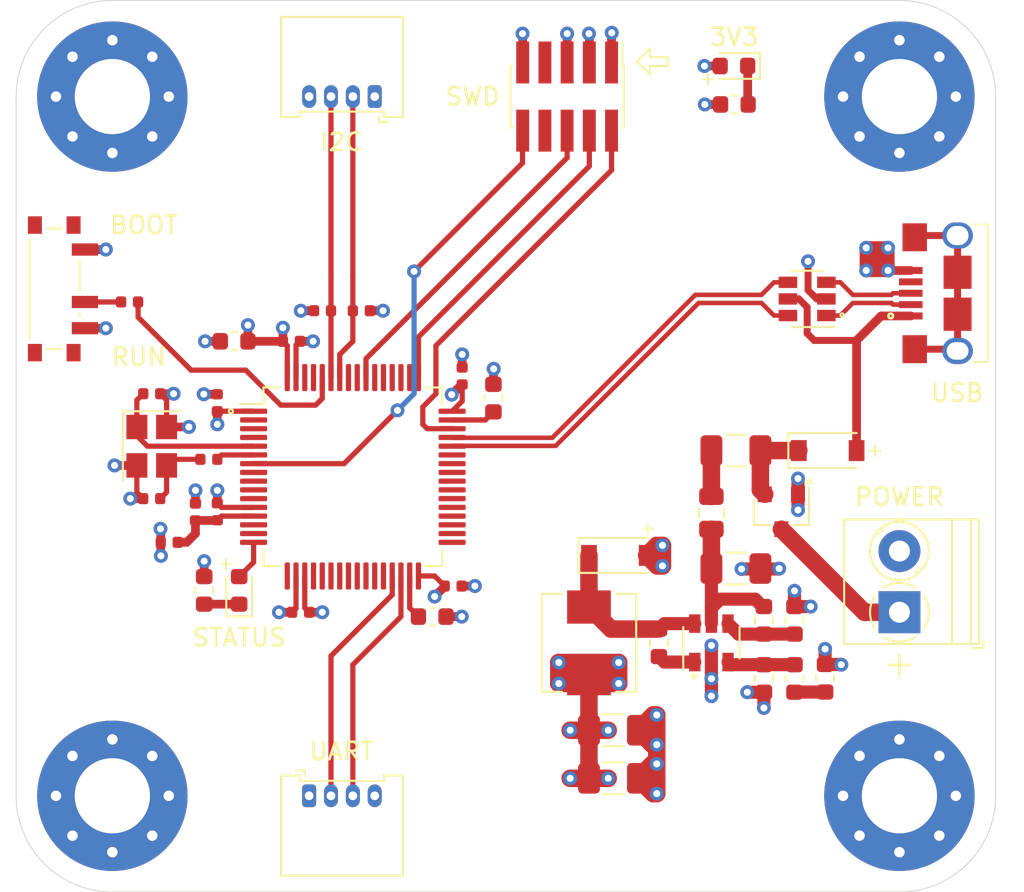
<source format=kicad_pcb>
(kicad_pcb (version 20171130) (host pcbnew 5.1.10-88a1d61d58~90~ubuntu21.04.1)
  (layers (0 F.Cu signal) (1 In1.Cu power) (2 In2.Cu power) (31 B.Cu signal) (34 B.Paste user hide) (35 F.Paste user hide) (36 B.SilkS user) (37 F.SilkS user) (38 B.Mask user) (39 F.Mask user) (44 Edge.Cuts user))
  (net 0 "")
  (net 1 BUCK_IN)
  (net 2 GND)
  (net 3 +3V3)
  (net 4 BUCK_SW)
  (net 5 BUCK_BST)
  (net 6 +3.3VA)
  (net 7 "Net-(C13-Pad1)")
  (net 8 "Net-(C14-Pad1)")
  (net 9 HSE_IN)
  (net 10 "Net-(C16-Pad1)")
  (net 11 +5V)
  (net 12 "Net-(D1-Pad1)")
  (net 13 "Net-(D3-Pad1)")
  (net 14 "Net-(D4-Pad1)")
  (net 15 LED_STATUS)
  (net 16 "Net-(F1-Pad1)")
  (net 17 +12V)
  (net 18 SWDIO)
  (net 19 SWCLK)
  (net 20 SWO)
  (net 21 "Net-(J2-Pad7)")
  (net 22 "Net-(J2-Pad8)")
  (net 23 NRST)
  (net 24 I2C1_SDA)
  (net 25 I2C1_SCL)
  (net 26 USART3_TX)
  (net 27 USART3_RX)
  (net 28 USB_CONN_D-)
  (net 29 USB_CONN_D+)
  (net 30 "Net-(J5-Pad4)")
  (net 31 "Net-(J5-Pad6)")
  (net 32 BUCK_EN)
  (net 33 BUCK_FB)
  (net 34 "Net-(R4-Pad2)")
  (net 35 BOOT0)
  (net 36 "Net-(R7-Pad1)")
  (net 37 HSE_OUT)
  (net 38 "Net-(U2-Pad2)")
  (net 39 "Net-(U2-Pad3)")
  (net 40 "Net-(U2-Pad4)")
  (net 41 "Net-(U2-Pad8)")
  (net 42 "Net-(U2-Pad9)")
  (net 43 "Net-(U2-Pad10)")
  (net 44 "Net-(U2-Pad11)")
  (net 45 "Net-(U2-Pad14)")
  (net 46 "Net-(U2-Pad15)")
  (net 47 "Net-(U2-Pad17)")
  (net 48 "Net-(U2-Pad20)")
  (net 49 "Net-(U2-Pad21)")
  (net 50 "Net-(U2-Pad22)")
  (net 51 "Net-(U2-Pad23)")
  (net 52 "Net-(U2-Pad24)")
  (net 53 "Net-(U2-Pad25)")
  (net 54 "Net-(U2-Pad26)")
  (net 55 "Net-(U2-Pad27)")
  (net 56 "Net-(U2-Pad28)")
  (net 57 "Net-(U2-Pad33)")
  (net 58 "Net-(U2-Pad34)")
  (net 59 "Net-(U2-Pad35)")
  (net 60 "Net-(U2-Pad36)")
  (net 61 "Net-(U2-Pad37)")
  (net 62 "Net-(U2-Pad38)")
  (net 63 "Net-(U2-Pad39)")
  (net 64 "Net-(U2-Pad40)")
  (net 65 "Net-(U2-Pad41)")
  (net 66 "Net-(U2-Pad42)")
  (net 67 "Net-(U2-Pad43)")
  (net 68 USB_D-)
  (net 69 USB_D+)
  (net 70 "Net-(U2-Pad50)")
  (net 71 "Net-(U2-Pad51)")
  (net 72 "Net-(U2-Pad52)")
  (net 73 "Net-(U2-Pad53)")
  (net 74 "Net-(U2-Pad54)")
  (net 75 "Net-(U2-Pad56)")
  (net 76 "Net-(U2-Pad57)")
  (net 77 "Net-(U2-Pad61)")
  (net 78 "Net-(U2-Pad62)")
  (module SchmillipKiCADLibrary:JLCPCB_MountingHole_1.152mm (layer F.Cu) (at 75.25 81)
    (fp_text reference REF**)
    (fp_text value MountingHole_1.152mm)
    (pad "" np_thru_hole circle (at 0 0) (size 1.152 1.152) (drill 1.152) (layers *.Cu *.Mask))
  )
  (module SchmillipKiCADLibrary:JLCPCB_MountingHole_1.152mm (layer F.Cu) (at 75.25 41)
    (fp_text reference REF**)
    (fp_text value MountingHole_1.152mm)
    (pad "" np_thru_hole circle (at 0 0) (size 1.152 1.152) (drill 1.152) (layers *.Cu *.Mask))
  )
  (module SchmillipKiCADLibrary:JLCPCB_MountingHole_1.152mm (layer F.Cu) (at 42.5 41)
    (fp_text reference REF**)
    (fp_text value MountingHole_1.152mm)
    (pad "" np_thru_hole circle (at 0 0) (size 1.152 1.152) (drill 1.152) (layers *.Cu *.Mask))
  )
  (module Button_Switch_SMD:SW_SPDT_PCM12 (layer F.Cu) (at 33.25 52 270)
    (fp_text reference SW1)
    (fp_text value SW_SPDT)
    (pad "" np_thru_hole circle (at -1.5 0.33 270) (size 0.9 0.9) (drill 0.9) (layers *.Cu *.Mask))
    (pad "" np_thru_hole circle (at 1.5 0.33 270) (size 0.9 0.9) (drill 0.9) (layers *.Cu *.Mask))
    (pad 1 smd rect (at -2.25 -1.43 270) (size 0.7 1.5) (layers F.Cu F.Paste F.Mask) (net 3 +3V3))
    (pad 2 smd rect (at 0.75 -1.43 270) (size 0.7 1.5) (layers F.Cu F.Paste F.Mask) (net 36 "Net-(R7-Pad1)"))
    (pad 3 smd rect (at 2.25 -1.43 270) (size 0.7 1.5) (layers F.Cu F.Paste F.Mask) (net 2 GND))
    (pad "" smd rect (at -3.65 1.43 270) (size 1 0.8) (layers F.Cu F.Paste F.Mask))
    (pad "" smd rect (at 3.65 1.43 270) (size 1 0.8) (layers F.Cu F.Paste F.Mask))
    (pad "" smd rect (at 3.65 -0.78 270) (size 1 0.8) (layers F.Cu F.Paste F.Mask))
    (pad "" smd rect (at -3.65 -0.78 270) (size 1 0.8) (layers F.Cu F.Paste F.Mask))
  )
  (module Connector_PinHeader_1.27mm:PinHeader_2x05_P1.27mm_Vertical_SMD (layer F.Cu) (at 62.25 41 270)
    (fp_text reference J2)
    (fp_text value SWD)
    (pad 10 smd rect (at 1.95 2.54 270) (size 2.4 0.74) (layers F.Cu F.Paste F.Mask) (net 23 NRST))
    (pad 9 smd rect (at -1.95 2.54 270) (size 2.4 0.74) (layers F.Cu F.Paste F.Mask) (net 2 GND))
    (pad 8 smd rect (at 1.95 1.27 270) (size 2.4 0.74) (layers F.Cu F.Paste F.Mask) (net 22 "Net-(J2-Pad8)"))
    (pad 7 smd rect (at -1.95 1.27 270) (size 2.4 0.74) (layers F.Cu F.Paste F.Mask) (net 21 "Net-(J2-Pad7)"))
    (pad 6 smd rect (at 1.95 0 270) (size 2.4 0.74) (layers F.Cu F.Paste F.Mask) (net 20 SWO))
    (pad 5 smd rect (at -1.95 0 270) (size 2.4 0.74) (layers F.Cu F.Paste F.Mask) (net 2 GND))
    (pad 4 smd rect (at 1.95 -1.27 270) (size 2.4 0.74) (layers F.Cu F.Paste F.Mask) (net 19 SWCLK))
    (pad 3 smd rect (at -1.95 -1.27 270) (size 2.4 0.74) (layers F.Cu F.Paste F.Mask) (net 2 GND))
    (pad 2 smd rect (at 1.95 -2.54 270) (size 2.4 0.74) (layers F.Cu F.Paste F.Mask) (net 18 SWDIO))
    (pad 1 smd rect (at -1.95 -2.54 270) (size 2.4 0.74) (layers F.Cu F.Paste F.Mask) (net 3 +3V3))
  )
  (module Capacitor_SMD:C_1206_3216Metric (layer F.Cu) (at 71.9 68)
    (fp_text reference C1)
    (fp_text value 10u)
    (pad 1 smd roundrect (at -1.4 0) (size 1.25 1.75) (layers F.Cu F.Paste F.Mask) (roundrect_rratio 0.2) (net 1 BUCK_IN))
    (pad 2 smd roundrect (at 1.4 0) (size 1.25 1.75) (layers F.Cu F.Paste F.Mask) (roundrect_rratio 0.2) (net 2 GND))
  )
  (module Capacitor_SMD:C_1206_3216Metric (layer F.Cu) (at 64.9 77.25)
    (fp_text reference C2)
    (fp_text value 10u)
    (pad 1 smd roundrect (at -1.4 0) (size 1.25 1.75) (layers F.Cu F.Paste F.Mask) (roundrect_rratio 0.2) (net 3 +3V3))
    (pad 2 smd roundrect (at 1.4 0) (size 1.25 1.75) (layers F.Cu F.Paste F.Mask) (roundrect_rratio 0.2) (net 2 GND))
  )
  (module Capacitor_SMD:C_1206_3216Metric (layer F.Cu) (at 64.9 80)
    (fp_text reference C3)
    (fp_text value 10u)
    (pad 2 smd roundrect (at 1.4 0) (size 1.25 1.75) (layers F.Cu F.Paste F.Mask) (roundrect_rratio 0.2) (net 2 GND))
    (pad 1 smd roundrect (at -1.4 0) (size 1.25 1.75) (layers F.Cu F.Paste F.Mask) (roundrect_rratio 0.2) (net 3 +3V3))
  )
  (module Capacitor_SMD:C_0603_1608Metric (layer F.Cu) (at 67.5 72.25 270)
    (fp_text reference C4)
    (fp_text value 10n)
    (pad 1 smd roundrect (at -0.7875 0 270) (size 0.875 0.95) (layers F.Cu F.Paste F.Mask) (net 4 BUCK_SW))
    (pad 2 smd roundrect (at 0.7875 0 270) (size 0.875 0.95) (layers F.Cu F.Paste F.Mask) (net 5 BUCK_BST))
  )
  (module Capacitor_SMD:C_0603_1608Metric (layer F.Cu) (at 43.2125 55 180)
    (fp_text reference C5)
    (fp_text value 4u7)
    (pad 2 smd roundrect (at 0.7875 0 180) (size 0.875 0.95) (layers F.Cu F.Paste F.Mask) (net 2 GND))
    (pad 1 smd roundrect (at -0.7875 0 180) (size 0.875 0.95) (layers F.Cu F.Paste F.Mask) (net 3 +3V3))
  )
  (module Capacitor_SMD:C_0402_1005Metric (layer F.Cu) (at 42.25 58.515 90)
    (fp_text reference C6)
    (fp_text value 100n)
    (pad 2 smd roundrect (at 0.485 0 90) (size 0.59 0.64) (layers F.Cu F.Paste F.Mask) (net 2 GND))
    (pad 1 smd roundrect (at -0.485 0 90) (size 0.59 0.64) (layers F.Cu F.Paste F.Mask) (net 3 +3V3))
  )
  (module Capacitor_SMD:C_0402_1005Metric (layer F.Cu) (at 47.015 70.5 180)
    (fp_text reference C7)
    (fp_text value 100n)
    (pad 1 smd roundrect (at -0.485 0 180) (size 0.59 0.64) (layers F.Cu F.Paste F.Mask) (net 3 +3V3))
    (pad 2 smd roundrect (at 0.485 0 180) (size 0.59 0.64) (layers F.Cu F.Paste F.Mask) (net 2 GND))
  )
  (module Capacitor_SMD:C_0402_1005Metric (layer F.Cu) (at 55.735 69)
    (fp_text reference C8)
    (fp_text value 100n)
    (pad 2 smd roundrect (at 0.485 0) (size 0.59 0.64) (layers F.Cu F.Paste F.Mask) (net 2 GND))
    (pad 1 smd roundrect (at -0.485 0) (size 0.59 0.64) (layers F.Cu F.Paste F.Mask) (net 3 +3V3))
  )
  (module Capacitor_SMD:C_0402_1005Metric (layer F.Cu) (at 56.25 56.985 90)
    (fp_text reference C9)
    (fp_text value 100n)
    (pad 1 smd roundrect (at -0.485 0 90) (size 0.59 0.64) (layers F.Cu F.Paste F.Mask) (net 3 +3V3))
    (pad 2 smd roundrect (at 0.485 0 90) (size 0.59 0.64) (layers F.Cu F.Paste F.Mask) (net 2 GND))
  )
  (module Capacitor_SMD:C_0402_1005Metric (layer F.Cu) (at 46.485 55)
    (fp_text reference C10)
    (fp_text value 100n)
    (pad 2 smd roundrect (at 0.485 0) (size 0.59 0.64) (layers F.Cu F.Paste F.Mask) (net 2 GND))
    (pad 1 smd roundrect (at -0.485 0) (size 0.59 0.64) (layers F.Cu F.Paste F.Mask) (net 3 +3V3))
  )
  (module Capacitor_SMD:C_0402_1005Metric (layer F.Cu) (at 41 64.765 90)
    (fp_text reference C11)
    (fp_text value 1u)
    (pad 1 smd roundrect (at -0.485 0 90) (size 0.59 0.64) (layers F.Cu F.Paste F.Mask) (net 6 +3.3VA))
    (pad 2 smd roundrect (at 0.485 0 90) (size 0.59 0.64) (layers F.Cu F.Paste F.Mask) (net 2 GND))
  )
  (module Capacitor_SMD:C_0402_1005Metric (layer F.Cu) (at 42.25 64.75 90)
    (fp_text reference C12)
    (fp_text value 10n)
    (pad 1 smd roundrect (at -0.485 0 90) (size 0.59 0.64) (layers F.Cu F.Paste F.Mask) (net 6 +3.3VA))
    (pad 2 smd roundrect (at 0.485 0 90) (size 0.59 0.64) (layers F.Cu F.Paste F.Mask) (net 2 GND))
  )
  (module Capacitor_SMD:C_0603_1608Metric (layer F.Cu) (at 54.5375 70.75)
    (fp_text reference C13)
    (fp_text value 2u2)
    (pad 1 smd roundrect (at -0.7875 0) (size 0.875 0.95) (layers F.Cu F.Paste F.Mask) (net 7 "Net-(C13-Pad1)"))
    (pad 2 smd roundrect (at 0.7875 0) (size 0.875 0.95) (layers F.Cu F.Paste F.Mask) (net 2 GND))
  )
  (module Capacitor_SMD:C_0603_1608Metric (layer F.Cu) (at 58.0375 58.25 90)
    (fp_text reference C14)
    (fp_text value 2u2)
    (pad 2 smd roundrect (at 0.7875 0 90) (size 0.875 0.95) (layers F.Cu F.Paste F.Mask) (net 2 GND))
    (pad 1 smd roundrect (at -0.7875 0 90) (size 0.875 0.95) (layers F.Cu F.Paste F.Mask) (net 8 "Net-(C14-Pad1)"))
  )
  (module Capacitor_SMD:C_0402_1005Metric (layer F.Cu) (at 38.5 58)
    (fp_text reference C15)
    (fp_text value 12p)
    (pad 2 smd roundrect (at 0.485 0) (size 0.59 0.64) (layers F.Cu F.Paste F.Mask) (net 2 GND))
    (pad 1 smd roundrect (at -0.485 0) (size 0.59 0.64) (layers F.Cu F.Paste F.Mask) (net 9 HSE_IN))
  )
  (module Capacitor_SMD:C_0402_1005Metric (layer F.Cu) (at 38.5 64 180)
    (fp_text reference C16)
    (fp_text value 12p)
    (pad 1 smd roundrect (at -0.485 0 180) (size 0.59 0.64) (layers F.Cu F.Paste F.Mask) (net 10 "Net-(C16-Pad1)"))
    (pad 2 smd roundrect (at 0.485 0 180) (size 0.59 0.64) (layers F.Cu F.Paste F.Mask) (net 2 GND))
  )
  (module Diode_SMD:D_SOD-123 (layer F.Cu) (at 77.15 61.25)
    (fp_text reference D1)
    (fp_text value B5819W)
    (pad 2 smd rect (at 1.65 0) (size 0.9 1.2) (layers F.Cu F.Paste F.Mask) (net 11 +5V))
    (pad 1 smd rect (at -1.65 0) (size 0.9 1.2) (layers F.Cu F.Paste F.Mask) (net 12 "Net-(D1-Pad1)"))
  )
  (module Diode_SMD:D_SOD-123 (layer F.Cu) (at 65.15 67.25)
    (fp_text reference D2)
    (fp_text value B5819W)
    (pad 1 smd rect (at -1.65 0) (size 0.9 1.2) (layers F.Cu F.Paste F.Mask) (net 4 BUCK_SW))
    (pad 2 smd rect (at 1.65 0) (size 0.9 1.2) (layers F.Cu F.Paste F.Mask) (net 2 GND))
  )
  (module LED_SMD:LED_0603_1608Metric (layer F.Cu) (at 71.7875 39.25 180)
    (fp_text reference D3)
    (fp_text value RED)
    (pad 2 smd roundrect (at 0.7875 0 180) (size 0.875 0.95) (layers F.Cu F.Paste F.Mask) (net 3 +3V3))
    (pad 1 smd roundrect (at -0.7875 0 180) (size 0.875 0.95) (layers F.Cu F.Paste F.Mask) (net 13 "Net-(D3-Pad1)"))
  )
  (module LED_SMD:LED_0603_1608Metric (layer F.Cu) (at 43.5 69.25 90)
    (fp_text reference D4)
    (fp_text value BLUE)
    (pad 1 smd roundrect (at -0.7875 0 90) (size 0.875 0.95) (layers F.Cu F.Paste F.Mask) (net 14 "Net-(D4-Pad1)"))
    (pad 2 smd roundrect (at 0.7875 0 90) (size 0.875 0.95) (layers F.Cu F.Paste F.Mask) (net 15 LED_STATUS))
  )
  (module Fuse:Fuse_1206_3216Metric (layer F.Cu) (at 71.9 61.25)
    (fp_text reference F1)
    (fp_text value 250mA)
    (pad 1 smd roundrect (at -1.4 0) (size 1.25 1.75) (layers F.Cu F.Paste F.Mask) (roundrect_rratio 0.2) (net 16 "Net-(F1-Pad1)"))
    (pad 2 smd roundrect (at 1.4 0) (size 1.25 1.75) (layers F.Cu F.Paste F.Mask) (roundrect_rratio 0.2) (net 12 "Net-(D1-Pad1)"))
  )
  (module Inductor_SMD:L_0805_2012Metric (layer F.Cu) (at 70.5 64.8125 90)
    (fp_text reference FB1)
    (fp_text value "600 @ 600MHz")
    (pad 1 smd roundrect (at -0.9375 0 90) (size 0.975 1.4) (layers F.Cu F.Paste F.Mask) (net 1 BUCK_IN))
    (pad 2 smd roundrect (at 0.9375 0 90) (size 0.975 1.4) (layers F.Cu F.Paste F.Mask) (net 16 "Net-(F1-Pad1)"))
  )
  (module MountingHole:MountingHole_4.3mm_M4_Pad_Via (layer F.Cu) (at 81.25 41)
    (fp_text reference H1)
    (fp_text value MountingHole_Pad)
    (pad 1 thru_hole circle (at 0 0) (size 8.6 8.6) (drill 4.3) (layers *.Cu *.Mask) (net 2 GND))
    (pad 1 thru_hole circle (at 3.225 0) (size 0.9 0.9) (drill 0.6) (layers *.Cu *.Mask) (net 2 GND))
    (pad 1 thru_hole circle (at 2.280419 2.280419) (size 0.9 0.9) (drill 0.6) (layers *.Cu *.Mask) (net 2 GND))
    (pad 1 thru_hole circle (at 0 3.225) (size 0.9 0.9) (drill 0.6) (layers *.Cu *.Mask) (net 2 GND))
    (pad 1 thru_hole circle (at -2.280419 2.280419) (size 0.9 0.9) (drill 0.6) (layers *.Cu *.Mask) (net 2 GND))
    (pad 1 thru_hole circle (at -3.225 0) (size 0.9 0.9) (drill 0.6) (layers *.Cu *.Mask) (net 2 GND))
    (pad 1 thru_hole circle (at -2.280419 -2.280419) (size 0.9 0.9) (drill 0.6) (layers *.Cu *.Mask) (net 2 GND))
    (pad 1 thru_hole circle (at 0 -3.225) (size 0.9 0.9) (drill 0.6) (layers *.Cu *.Mask) (net 2 GND))
    (pad 1 thru_hole circle (at 2.280419 -2.280419) (size 0.9 0.9) (drill 0.6) (layers *.Cu *.Mask) (net 2 GND))
  )
  (module MountingHole:MountingHole_4.3mm_M4_Pad_Via (layer F.Cu) (at 81.25 81)
    (fp_text reference H2)
    (fp_text value MountingHole_Pad)
    (pad 1 thru_hole circle (at 2.280419 -2.280419) (size 0.9 0.9) (drill 0.6) (layers *.Cu *.Mask) (net 2 GND))
    (pad 1 thru_hole circle (at 0 -3.225) (size 0.9 0.9) (drill 0.6) (layers *.Cu *.Mask) (net 2 GND))
    (pad 1 thru_hole circle (at -2.280419 -2.280419) (size 0.9 0.9) (drill 0.6) (layers *.Cu *.Mask) (net 2 GND))
    (pad 1 thru_hole circle (at -3.225 0) (size 0.9 0.9) (drill 0.6) (layers *.Cu *.Mask) (net 2 GND))
    (pad 1 thru_hole circle (at -2.280419 2.280419) (size 0.9 0.9) (drill 0.6) (layers *.Cu *.Mask) (net 2 GND))
    (pad 1 thru_hole circle (at 0 3.225) (size 0.9 0.9) (drill 0.6) (layers *.Cu *.Mask) (net 2 GND))
    (pad 1 thru_hole circle (at 2.280419 2.280419) (size 0.9 0.9) (drill 0.6) (layers *.Cu *.Mask) (net 2 GND))
    (pad 1 thru_hole circle (at 3.225 0) (size 0.9 0.9) (drill 0.6) (layers *.Cu *.Mask) (net 2 GND))
    (pad 1 thru_hole circle (at 0 0) (size 8.6 8.6) (drill 4.3) (layers *.Cu *.Mask) (net 2 GND))
  )
  (module MountingHole:MountingHole_4.3mm_M4_Pad_Via (layer F.Cu) (at 36.25 81)
    (fp_text reference H3)
    (fp_text value MountingHole_Pad)
    (pad 1 thru_hole circle (at 0 0) (size 8.6 8.6) (drill 4.3) (layers *.Cu *.Mask) (net 2 GND))
    (pad 1 thru_hole circle (at 3.225 0) (size 0.9 0.9) (drill 0.6) (layers *.Cu *.Mask) (net 2 GND))
    (pad 1 thru_hole circle (at 2.280419 2.280419) (size 0.9 0.9) (drill 0.6) (layers *.Cu *.Mask) (net 2 GND))
    (pad 1 thru_hole circle (at 0 3.225) (size 0.9 0.9) (drill 0.6) (layers *.Cu *.Mask) (net 2 GND))
    (pad 1 thru_hole circle (at -2.280419 2.280419) (size 0.9 0.9) (drill 0.6) (layers *.Cu *.Mask) (net 2 GND))
    (pad 1 thru_hole circle (at -3.225 0) (size 0.9 0.9) (drill 0.6) (layers *.Cu *.Mask) (net 2 GND))
    (pad 1 thru_hole circle (at -2.280419 -2.280419) (size 0.9 0.9) (drill 0.6) (layers *.Cu *.Mask) (net 2 GND))
    (pad 1 thru_hole circle (at 0 -3.225) (size 0.9 0.9) (drill 0.6) (layers *.Cu *.Mask) (net 2 GND))
    (pad 1 thru_hole circle (at 2.280419 -2.280419) (size 0.9 0.9) (drill 0.6) (layers *.Cu *.Mask) (net 2 GND))
  )
  (module MountingHole:MountingHole_4.3mm_M4_Pad_Via (layer F.Cu) (at 36.25 41)
    (fp_text reference H4)
    (fp_text value MountingHole_Pad)
    (pad 1 thru_hole circle (at 2.280419 -2.280419) (size 0.9 0.9) (drill 0.6) (layers *.Cu *.Mask) (net 2 GND))
    (pad 1 thru_hole circle (at 0 -3.225) (size 0.9 0.9) (drill 0.6) (layers *.Cu *.Mask) (net 2 GND))
    (pad 1 thru_hole circle (at -2.280419 -2.280419) (size 0.9 0.9) (drill 0.6) (layers *.Cu *.Mask) (net 2 GND))
    (pad 1 thru_hole circle (at -3.225 0) (size 0.9 0.9) (drill 0.6) (layers *.Cu *.Mask) (net 2 GND))
    (pad 1 thru_hole circle (at -2.280419 2.280419) (size 0.9 0.9) (drill 0.6) (layers *.Cu *.Mask) (net 2 GND))
    (pad 1 thru_hole circle (at 0 3.225) (size 0.9 0.9) (drill 0.6) (layers *.Cu *.Mask) (net 2 GND))
    (pad 1 thru_hole circle (at 2.280419 2.280419) (size 0.9 0.9) (drill 0.6) (layers *.Cu *.Mask) (net 2 GND))
    (pad 1 thru_hole circle (at 3.225 0) (size 0.9 0.9) (drill 0.6) (layers *.Cu *.Mask) (net 2 GND))
    (pad 1 thru_hole circle (at 0 0) (size 8.6 8.6) (drill 4.3) (layers *.Cu *.Mask) (net 2 GND))
  )
  (module TerminalBlock_Phoenix:TerminalBlock_Phoenix_PT-1,5-2-3.5-H_1x02_P3.50mm_Horizontal (layer F.Cu) (at 81.25 70.5 90)
    (fp_text reference J1)
    (fp_text value Screw_Terminal_01x02)
    (pad 1 thru_hole rect (at 0 0 90) (size 2.4 2.4) (drill 1.2) (layers *.Cu *.Mask) (net 17 +12V))
    (pad 2 thru_hole circle (at 3.5 0 90) (size 2.4 2.4) (drill 1.2) (layers *.Cu *.Mask) (net 2 GND))
  )
  (module Connector_Molex:Molex_PicoBlade_53048-0410_1x04_P1.25mm_Horizontal (layer F.Cu) (at 51.25 41 180)
    (fp_text reference J3)
    (fp_text value Conn_01x04)
    (pad 4 thru_hole oval (at 3.75 0 180) (size 0.8 1.3) (drill 0.5) (layers *.Cu *.Mask) (net 2 GND))
    (pad 3 thru_hole oval (at 2.5 0 180) (size 0.8 1.3) (drill 0.5) (layers *.Cu *.Mask) (net 24 I2C1_SDA))
    (pad 2 thru_hole oval (at 1.25 0 180) (size 0.8 1.3) (drill 0.5) (layers *.Cu *.Mask) (net 25 I2C1_SCL))
    (pad 1 thru_hole roundrect (at 0 0 180) (size 0.8 1.3) (drill 0.5) (layers *.Cu *.Mask) (net 3 +3V3))
  )
  (module Connector_Molex:Molex_PicoBlade_53048-0410_1x04_P1.25mm_Horizontal (layer F.Cu) (at 47.5 81)
    (fp_text reference J4)
    (fp_text value Conn_01x04)
    (pad 1 thru_hole roundrect (at 0 0) (size 0.8 1.3) (drill 0.5) (layers *.Cu *.Mask) (net 3 +3V3))
    (pad 2 thru_hole oval (at 1.25 0) (size 0.8 1.3) (drill 0.5) (layers *.Cu *.Mask) (net 26 USART3_TX))
    (pad 3 thru_hole oval (at 2.5 0) (size 0.8 1.3) (drill 0.5) (layers *.Cu *.Mask) (net 27 USART3_RX))
    (pad 4 thru_hole oval (at 3.75 0) (size 0.8 1.3) (drill 0.5) (layers *.Cu *.Mask) (net 2 GND))
  )
  (module SchmillipKiCADLibrary:USB_MICRO_B_101181930001LF (layer F.Cu) (at 84.5 52.25 90)
    (fp_text reference J5)
    (fp_text value USB_B_Micro hide)
    (pad 1 smd rect (at -1.3 -2.6 90) (size 0.4 1.35) (layers F.Cu F.Paste F.Mask) (net 11 +5V))
    (pad 2 smd rect (at -0.65 -2.6 90) (size 0.4 1.35) (layers F.Cu F.Paste F.Mask) (net 28 USB_CONN_D-))
    (pad 3 smd rect (at 0 -2.6 90) (size 0.4 1.35) (layers F.Cu F.Paste F.Mask) (net 29 USB_CONN_D+))
    (pad 4 smd rect (at 0.65 -2.6 90) (size 0.4 1.35) (layers F.Cu F.Paste F.Mask) (net 30 "Net-(J5-Pad4)"))
    (pad 5 smd rect (at 1.3 -2.6 90) (size 0.4 1.35) (layers F.Cu F.Paste F.Mask) (net 2 GND))
    (pad 6 thru_hole oval (at -3.3 0.075 180) (size 1.75 1.5) (drill oval 1.25 1) (layers *.Cu *.Mask) (net 31 "Net-(J5-Pad6)"))
    (pad 6 thru_hole oval (at 3.3 0.075 180) (size 1.75 1.5) (drill oval 1.25 1.1) (layers *.Cu *.Mask) (net 31 "Net-(J5-Pad6)"))
    (pad 6 smd rect (at -3.2 -2.375 180) (size 1.4 1.6) (layers F.Cu F.Paste F.Mask) (net 31 "Net-(J5-Pad6)"))
    (pad 6 smd rect (at -1.2 0.075 180) (size 1.6 1.9) (layers F.Cu F.Paste F.Mask) (net 31 "Net-(J5-Pad6)"))
    (pad 6 smd rect (at 1.2 0.075 180) (size 1.6 1.9) (layers F.Cu F.Paste F.Mask) (net 31 "Net-(J5-Pad6)"))
    (pad 6 smd rect (at 3.2 -2.375 180) (size 1.4 1.6) (layers F.Cu F.Paste F.Mask) (net 31 "Net-(J5-Pad6)"))
  )
  (module Inductor_SMD:L_Sunlord_MWSA0518_5.4x5.2mm (layer F.Cu) (at 63.5 72.25 270)
    (fp_text reference L1)
    (fp_text value 10u)
    (pad 1 smd rect (at -2.05 0 270) (size 1.9 2.5) (layers F.Cu F.Paste F.Mask) (net 4 BUCK_SW))
    (pad 2 smd rect (at 2.05 0 270) (size 1.9 2.5) (layers F.Cu F.Paste F.Mask) (net 3 +3V3))
  )
  (module Inductor_SMD:L_0402_1005Metric (layer F.Cu) (at 39.5 66.5)
    (fp_text reference L2)
    (fp_text value 39n)
    (pad 1 smd roundrect (at -0.485 0) (size 0.59 0.64) (layers F.Cu F.Paste F.Mask) (net 3 +3V3))
    (pad 2 smd roundrect (at 0.485 0) (size 0.59 0.64) (layers F.Cu F.Paste F.Mask) (net 6 +3.3VA))
  )
  (module Package_TO_SOT_SMD:SOT-23 (layer F.Cu) (at 74.5 64.75 270)
    (fp_text reference Q1)
    (fp_text value AO3401A)
    (pad 1 smd rect (at -1 -0.95 270) (size 0.9 0.8) (layers F.Cu F.Paste F.Mask) (net 2 GND))
    (pad 2 smd rect (at -1 0.95 270) (size 0.9 0.8) (layers F.Cu F.Paste F.Mask) (net 12 "Net-(D1-Pad1)"))
    (pad 3 smd rect (at 1 0 270) (size 0.9 0.8) (layers F.Cu F.Paste F.Mask) (net 17 +12V))
  )
  (module Resistor_SMD:R_0603_1608Metric (layer F.Cu) (at 73.5 70.9625 270)
    (fp_text reference R1)
    (fp_text value 100k)
    (pad 2 smd roundrect (at 0.7875 0 270) (size 0.875 0.95) (layers F.Cu F.Paste F.Mask) (net 32 BUCK_EN))
    (pad 1 smd roundrect (at -0.7875 0 270) (size 0.875 0.95) (layers F.Cu F.Paste F.Mask) (net 1 BUCK_IN))
  )
  (module Resistor_SMD:R_0603_1608Metric (layer F.Cu) (at 75.25 70.9625 90)
    (fp_text reference R2)
    (fp_text value 68k)
    (pad 1 smd roundrect (at -0.7875 0 90) (size 0.875 0.95) (layers F.Cu F.Paste F.Mask) (net 32 BUCK_EN))
    (pad 2 smd roundrect (at 0.7875 0 90) (size 0.875 0.95) (layers F.Cu F.Paste F.Mask) (net 2 GND))
  )
  (module Resistor_SMD:R_0603_1608Metric (layer F.Cu) (at 73.5 74.2875 90)
    (fp_text reference R3)
    (fp_text value 47k)
    (pad 1 smd roundrect (at -0.7875 0 90) (size 0.875 0.95) (layers F.Cu F.Paste F.Mask) (net 3 +3V3))
    (pad 2 smd roundrect (at 0.7875 0 90) (size 0.875 0.95) (layers F.Cu F.Paste F.Mask) (net 33 BUCK_FB))
  )
  (module Resistor_SMD:R_0603_1608Metric (layer F.Cu) (at 75.25 74.2875 270)
    (fp_text reference R4)
    (fp_text value 15k)
    (pad 1 smd roundrect (at -0.7875 0 270) (size 0.875 0.95) (layers F.Cu F.Paste F.Mask) (net 33 BUCK_FB))
    (pad 2 smd roundrect (at 0.7875 0 270) (size 0.875 0.95) (layers F.Cu F.Paste F.Mask) (net 34 "Net-(R4-Pad2)"))
  )
  (module Resistor_SMD:R_0603_1608Metric (layer F.Cu) (at 77 74.275 90)
    (fp_text reference R5)
    (fp_text value 270)
    (pad 2 smd roundrect (at 0.7875 0 90) (size 0.875 0.95) (layers F.Cu F.Paste F.Mask) (net 2 GND))
    (pad 1 smd roundrect (at -0.7875 0 90) (size 0.875 0.95) (layers F.Cu F.Paste F.Mask) (net 34 "Net-(R4-Pad2)"))
  )
  (module Resistor_SMD:R_0603_1608Metric (layer F.Cu) (at 71.8125 41.45)
    (fp_text reference R6)
    (fp_text value 1k)
    (pad 2 smd roundrect (at 0.7875 0) (size 0.875 0.95) (layers F.Cu F.Paste F.Mask) (net 13 "Net-(D3-Pad1)"))
    (pad 1 smd roundrect (at -0.7875 0) (size 0.875 0.95) (layers F.Cu F.Paste F.Mask) (net 2 GND))
  )
  (module Resistor_SMD:R_0402_1005Metric (layer F.Cu) (at 37.235 52.75)
    (fp_text reference R7)
    (fp_text value 10k)
    (pad 2 smd roundrect (at 0.485 0) (size 0.59 0.64) (layers F.Cu F.Paste F.Mask) (net 35 BOOT0))
    (pad 1 smd roundrect (at -0.485 0) (size 0.59 0.64) (layers F.Cu F.Paste F.Mask) (net 36 "Net-(R7-Pad1)"))
  )
  (module Resistor_SMD:R_0402_1005Metric (layer F.Cu) (at 41.765 61.75 180)
    (fp_text reference R8)
    (fp_text value 47)
    (pad 1 smd roundrect (at -0.485 0 180) (size 0.59 0.64) (layers F.Cu F.Paste F.Mask) (net 37 HSE_OUT))
    (pad 2 smd roundrect (at 0.485 0 180) (size 0.59 0.64) (layers F.Cu F.Paste F.Mask) (net 10 "Net-(C16-Pad1)"))
  )
  (module Resistor_SMD:R_0603_1608Metric (layer F.Cu) (at 41.5 69.25 270)
    (fp_text reference R9)
    (fp_text value 1k5)
    (pad 1 smd roundrect (at -0.7875 0 270) (size 0.875 0.95) (layers F.Cu F.Paste F.Mask) (net 2 GND))
    (pad 2 smd roundrect (at 0.7875 0 270) (size 0.875 0.95) (layers F.Cu F.Paste F.Mask) (net 14 "Net-(D4-Pad1)"))
  )
  (module Resistor_SMD:R_0402_1005Metric (layer F.Cu) (at 50.485 53.25 180)
    (fp_text reference R10)
    (fp_text value 2k2)
    (pad 2 smd roundrect (at 0.485 0 180) (size 0.59 0.64) (layers F.Cu F.Paste F.Mask) (net 25 I2C1_SCL))
    (pad 1 smd roundrect (at -0.485 0 180) (size 0.59 0.64) (layers F.Cu F.Paste F.Mask) (net 3 +3V3))
  )
  (module Resistor_SMD:R_0402_1005Metric (layer F.Cu) (at 48.265 53.25)
    (fp_text reference R11)
    (fp_text value 2k2)
    (pad 1 smd roundrect (at -0.485 0) (size 0.59 0.64) (layers F.Cu F.Paste F.Mask) (net 3 +3V3))
    (pad 2 smd roundrect (at 0.485 0) (size 0.59 0.64) (layers F.Cu F.Paste F.Mask) (net 24 I2C1_SDA))
  )
  (module Package_TO_SOT_SMD:SOT-23-6 (layer F.Cu) (at 70.5 72.25 90)
    (fp_text reference U1)
    (fp_text value MP2359DJ-LF-Z)
    (pad 1 smd rect (at -1.1 -0.95 90) (size 1.06 0.65) (layers F.Cu F.Paste F.Mask) (net 5 BUCK_BST))
    (pad 2 smd rect (at -1.1 0 90) (size 1.06 0.65) (layers F.Cu F.Paste F.Mask) (net 2 GND))
    (pad 3 smd rect (at -1.1 0.95 90) (size 1.06 0.65) (layers F.Cu F.Paste F.Mask) (net 33 BUCK_FB))
    (pad 4 smd rect (at 1.1 0.95 90) (size 1.06 0.65) (layers F.Cu F.Paste F.Mask) (net 32 BUCK_EN))
    (pad 6 smd rect (at 1.1 -0.95 90) (size 1.06 0.65) (layers F.Cu F.Paste F.Mask) (net 4 BUCK_SW))
    (pad 5 smd rect (at 1.1 0 90) (size 1.06 0.65) (layers F.Cu F.Paste F.Mask) (net 1 BUCK_IN))
  )
  (module Package_QFP:LQFP-64_10x10mm_P0.5mm (layer F.Cu) (at 50 62.75)
    (fp_text reference U2)
    (fp_text value STM32F405RGT6)
    (pad 1 smd roundrect (at -5.675 -3.75) (size 1.55 0.3) (layers F.Cu F.Paste F.Mask) (net 3 +3V3))
    (pad 2 smd roundrect (at -5.675 -3.25) (size 1.55 0.3) (layers F.Cu F.Paste F.Mask) (net 38 "Net-(U2-Pad2)"))
    (pad 3 smd roundrect (at -5.675 -2.75) (size 1.55 0.3) (layers F.Cu F.Paste F.Mask) (net 39 "Net-(U2-Pad3)"))
    (pad 4 smd roundrect (at -5.675 -2.25) (size 1.55 0.3) (layers F.Cu F.Paste F.Mask) (net 40 "Net-(U2-Pad4)"))
    (pad 5 smd roundrect (at -5.675 -1.75) (size 1.55 0.3) (layers F.Cu F.Paste F.Mask) (net 9 HSE_IN))
    (pad 6 smd roundrect (at -5.675 -1.25) (size 1.55 0.3) (layers F.Cu F.Paste F.Mask) (net 37 HSE_OUT))
    (pad 7 smd roundrect (at -5.675 -0.75) (size 1.55 0.3) (layers F.Cu F.Paste F.Mask) (net 23 NRST))
    (pad 8 smd roundrect (at -5.675 -0.25) (size 1.55 0.3) (layers F.Cu F.Paste F.Mask) (net 41 "Net-(U2-Pad8)"))
    (pad 9 smd roundrect (at -5.675 0.25) (size 1.55 0.3) (layers F.Cu F.Paste F.Mask) (net 42 "Net-(U2-Pad9)"))
    (pad 10 smd roundrect (at -5.675 0.75) (size 1.55 0.3) (layers F.Cu F.Paste F.Mask) (net 43 "Net-(U2-Pad10)"))
    (pad 11 smd roundrect (at -5.675 1.25) (size 1.55 0.3) (layers F.Cu F.Paste F.Mask) (net 44 "Net-(U2-Pad11)"))
    (pad 12 smd roundrect (at -5.675 1.75) (size 1.55 0.3) (layers F.Cu F.Paste F.Mask) (net 2 GND))
    (pad 13 smd roundrect (at -5.675 2.25) (size 1.55 0.3) (layers F.Cu F.Paste F.Mask) (net 6 +3.3VA))
    (pad 14 smd roundrect (at -5.675 2.75) (size 1.55 0.3) (layers F.Cu F.Paste F.Mask) (net 45 "Net-(U2-Pad14)"))
    (pad 15 smd roundrect (at -5.675 3.25) (size 1.55 0.3) (layers F.Cu F.Paste F.Mask) (net 46 "Net-(U2-Pad15)"))
    (pad 16 smd roundrect (at -5.675 3.75) (size 1.55 0.3) (layers F.Cu F.Paste F.Mask) (net 15 LED_STATUS))
    (pad 17 smd roundrect (at -3.75 5.675) (size 0.3 1.55) (layers F.Cu F.Paste F.Mask) (net 47 "Net-(U2-Pad17)"))
    (pad 18 smd roundrect (at -3.25 5.675) (size 0.3 1.55) (layers F.Cu F.Paste F.Mask) (net 2 GND))
    (pad 19 smd roundrect (at -2.75 5.675) (size 0.3 1.55) (layers F.Cu F.Paste F.Mask) (net 3 +3V3))
    (pad 20 smd roundrect (at -2.25 5.675) (size 0.3 1.55) (layers F.Cu F.Paste F.Mask) (net 48 "Net-(U2-Pad20)"))
    (pad 21 smd roundrect (at -1.75 5.675) (size 0.3 1.55) (layers F.Cu F.Paste F.Mask) (net 49 "Net-(U2-Pad21)"))
    (pad 22 smd roundrect (at -1.25 5.675) (size 0.3 1.55) (layers F.Cu F.Paste F.Mask) (net 50 "Net-(U2-Pad22)"))
    (pad 23 smd roundrect (at -0.75 5.675) (size 0.3 1.55) (layers F.Cu F.Paste F.Mask) (net 51 "Net-(U2-Pad23)"))
    (pad 24 smd roundrect (at -0.25 5.675) (size 0.3 1.55) (layers F.Cu F.Paste F.Mask) (net 52 "Net-(U2-Pad24)"))
    (pad 25 smd roundrect (at 0.25 5.675) (size 0.3 1.55) (layers F.Cu F.Paste F.Mask) (net 53 "Net-(U2-Pad25)"))
    (pad 26 smd roundrect (at 0.75 5.675) (size 0.3 1.55) (layers F.Cu F.Paste F.Mask) (net 54 "Net-(U2-Pad26)"))
    (pad 27 smd roundrect (at 1.25 5.675) (size 0.3 1.55) (layers F.Cu F.Paste F.Mask) (net 55 "Net-(U2-Pad27)"))
    (pad 28 smd roundrect (at 1.75 5.675) (size 0.3 1.55) (layers F.Cu F.Paste F.Mask) (net 56 "Net-(U2-Pad28)"))
    (pad 29 smd roundrect (at 2.25 5.675) (size 0.3 1.55) (layers F.Cu F.Paste F.Mask) (net 26 USART3_TX))
    (pad 30 smd roundrect (at 2.75 5.675) (size 0.3 1.55) (layers F.Cu F.Paste F.Mask) (net 27 USART3_RX))
    (pad 31 smd roundrect (at 3.25 5.675) (size 0.3 1.55) (layers F.Cu F.Paste F.Mask) (net 7 "Net-(C13-Pad1)"))
    (pad 32 smd roundrect (at 3.75 5.675) (size 0.3 1.55) (layers F.Cu F.Paste F.Mask) (net 3 +3V3))
    (pad 33 smd roundrect (at 5.675 3.75) (size 1.55 0.3) (layers F.Cu F.Paste F.Mask) (net 57 "Net-(U2-Pad33)"))
    (pad 34 smd roundrect (at 5.675 3.25) (size 1.55 0.3) (layers F.Cu F.Paste F.Mask) (net 58 "Net-(U2-Pad34)"))
    (pad 35 smd roundrect (at 5.675 2.75) (size 1.55 0.3) (layers F.Cu F.Paste F.Mask) (net 59 "Net-(U2-Pad35)"))
    (pad 36 smd roundrect (at 5.675 2.25) (size 1.55 0.3) (layers F.Cu F.Paste F.Mask) (net 60 "Net-(U2-Pad36)"))
    (pad 37 smd roundrect (at 5.675 1.75) (size 1.55 0.3) (layers F.Cu F.Paste F.Mask) (net 61 "Net-(U2-Pad37)"))
    (pad 38 smd roundrect (at 5.675 1.25) (size 1.55 0.3) (layers F.Cu F.Paste F.Mask) (net 62 "Net-(U2-Pad38)"))
    (pad 39 smd roundrect (at 5.675 0.75) (size 1.55 0.3) (layers F.Cu F.Paste F.Mask) (net 63 "Net-(U2-Pad39)"))
    (pad 40 smd roundrect (at 5.675 0.25) (size 1.55 0.3) (layers F.Cu F.Paste F.Mask) (net 64 "Net-(U2-Pad40)"))
    (pad 41 smd roundrect (at 5.675 -0.25) (size 1.55 0.3) (layers F.Cu F.Paste F.Mask) (net 65 "Net-(U2-Pad41)"))
    (pad 42 smd roundrect (at 5.675 -0.75) (size 1.55 0.3) (layers F.Cu F.Paste F.Mask) (net 66 "Net-(U2-Pad42)"))
    (pad 43 smd roundrect (at 5.675 -1.25) (size 1.55 0.3) (layers F.Cu F.Paste F.Mask) (net 67 "Net-(U2-Pad43)"))
    (pad 44 smd roundrect (at 5.675 -1.75) (size 1.55 0.3) (layers F.Cu F.Paste F.Mask) (net 68 USB_D-))
    (pad 45 smd roundrect (at 5.675 -2.25) (size 1.55 0.3) (layers F.Cu F.Paste F.Mask) (net 69 USB_D+))
    (pad 46 smd roundrect (at 5.675 -2.75) (size 1.55 0.3) (layers F.Cu F.Paste F.Mask) (net 18 SWDIO))
    (pad 47 smd roundrect (at 5.675 -3.25) (size 1.55 0.3) (layers F.Cu F.Paste F.Mask) (net 8 "Net-(C14-Pad1)"))
    (pad 48 smd roundrect (at 5.675 -3.75) (size 1.55 0.3) (layers F.Cu F.Paste F.Mask) (net 3 +3V3))
    (pad 49 smd roundrect (at 3.75 -5.675) (size 0.3 1.55) (layers F.Cu F.Paste F.Mask) (net 19 SWCLK))
    (pad 50 smd roundrect (at 3.25 -5.675) (size 0.3 1.55) (layers F.Cu F.Paste F.Mask) (net 70 "Net-(U2-Pad50)"))
    (pad 51 smd roundrect (at 2.75 -5.675) (size 0.3 1.55) (layers F.Cu F.Paste F.Mask) (net 71 "Net-(U2-Pad51)"))
    (pad 52 smd roundrect (at 2.25 -5.675) (size 0.3 1.55) (layers F.Cu F.Paste F.Mask) (net 72 "Net-(U2-Pad52)"))
    (pad 53 smd roundrect (at 1.75 -5.675) (size 0.3 1.55) (layers F.Cu F.Paste F.Mask) (net 73 "Net-(U2-Pad53)"))
    (pad 54 smd roundrect (at 1.25 -5.675) (size 0.3 1.55) (layers F.Cu F.Paste F.Mask) (net 74 "Net-(U2-Pad54)"))
    (pad 55 smd roundrect (at 0.75 -5.675) (size 0.3 1.55) (layers F.Cu F.Paste F.Mask) (net 20 SWO))
    (pad 56 smd roundrect (at 0.25 -5.675) (size 0.3 1.55) (layers F.Cu F.Paste F.Mask) (net 75 "Net-(U2-Pad56)"))
    (pad 57 smd roundrect (at -0.25 -5.675) (size 0.3 1.55) (layers F.Cu F.Paste F.Mask) (net 76 "Net-(U2-Pad57)"))
    (pad 58 smd roundrect (at -0.75 -5.675) (size 0.3 1.55) (layers F.Cu F.Paste F.Mask) (net 25 I2C1_SCL))
    (pad 59 smd roundrect (at -1.25 -5.675) (size 0.3 1.55) (layers F.Cu F.Paste F.Mask) (net 24 I2C1_SDA))
    (pad 60 smd roundrect (at -1.75 -5.675) (size 0.3 1.55) (layers F.Cu F.Paste F.Mask) (net 35 BOOT0))
    (pad 61 smd roundrect (at -2.25 -5.675) (size 0.3 1.55) (layers F.Cu F.Paste F.Mask) (net 77 "Net-(U2-Pad61)"))
    (pad 62 smd roundrect (at -2.75 -5.675) (size 0.3 1.55) (layers F.Cu F.Paste F.Mask) (net 78 "Net-(U2-Pad62)"))
    (pad 63 smd roundrect (at -3.25 -5.675) (size 0.3 1.55) (layers F.Cu F.Paste F.Mask) (net 2 GND))
    (pad 64 smd roundrect (at -3.75 -5.675) (size 0.3 1.55) (layers F.Cu F.Paste F.Mask) (net 3 +3V3))
  )
  (module Package_TO_SOT_SMD:SOT-23-6 (layer F.Cu) (at 75.975 52.575 180)
    (fp_text reference U3)
    (fp_text value USBLC6-2SC6)
    (pad 5 smd rect (at 1.1 0 180) (size 1.06 0.65) (layers F.Cu F.Paste F.Mask) (net 11 +5V))
    (pad 6 smd rect (at 1.1 -0.95 180) (size 1.06 0.65) (layers F.Cu F.Paste F.Mask) (net 68 USB_D-))
    (pad 4 smd rect (at 1.1 0.95 180) (size 1.06 0.65) (layers F.Cu F.Paste F.Mask) (net 69 USB_D+))
    (pad 3 smd rect (at -1.1 0.95 180) (size 1.06 0.65) (layers F.Cu F.Paste F.Mask) (net 29 USB_CONN_D+))
    (pad 2 smd rect (at -1.1 0 180) (size 1.06 0.65) (layers F.Cu F.Paste F.Mask) (net 2 GND))
    (pad 1 smd rect (at -1.1 -0.95 180) (size 1.06 0.65) (layers F.Cu F.Paste F.Mask) (net 28 USB_CONN_D-))
  )
  (module Crystal:Crystal_SMD_3225-4Pin_3.2x2.5mm (layer F.Cu) (at 38.5 61 270)
    (fp_text reference Y1)
    (fp_text value 16MHz)
    (pad 1 smd rect (at -1.1 0.85 270) (size 1.4 1.2) (layers F.Cu F.Paste F.Mask) (net 9 HSE_IN))
    (pad 2 smd rect (at 1.1 0.85 270) (size 1.4 1.2) (layers F.Cu F.Paste F.Mask) (net 2 GND))
    (pad 3 smd rect (at 1.1 -0.85 270) (size 1.4 1.2) (layers F.Cu F.Paste F.Mask) (net 10 "Net-(C16-Pad1)"))
    (pad 4 smd rect (at -1.1 -0.85 270) (size 1.4 1.2) (layers F.Cu F.Paste F.Mask) (net 2 GND))
  )
  (gr_text RUN (at 37.75 55.9) (layer F.SilkS) (effects (font (size 1 1))))
  (gr_text + (at 70.3 39.95) (layer F.SilkS) (effects (font (size 0.8 0.8) (thickness 0.1))))
  (gr_text + (at 42.75 67.7) (layer F.SilkS) (effects (font (size 0.8 0.8) (thickness 0.1))))
  (gr_text + (at 81.25 73.4) (layer F.SilkS) (effects (font (size 1.5 1.5))))
  (gr_text + (at 66.85 65.65) (layer F.SilkS) (effects (font (size 0.8 0.8) (thickness 0.1))))
  (gr_text + (at 79.85 61.2) (layer F.SilkS) (effects (font (size 0.8 0.8) (thickness 0.1))))
  (gr_line (start 67 39.75) (end 66.25 39) (layer F.SilkS) (width 0.12))
  (gr_line (start 67 39.25) (end 67 39.75) (layer F.SilkS) (width 0.12))
  (gr_line (start 68 39.25) (end 67 39.25) (layer F.SilkS) (width 0.12))
  (gr_line (start 68 38.75) (end 68 39.25) (layer F.SilkS) (width 0.12))
  (gr_line (start 67 38.75) (end 68 38.75) (layer F.SilkS) (width 0.12))
  (gr_line (start 67 38.25) (end 67 38.75) (layer F.SilkS) (width 0.12))
  (gr_line (start 66.25 39) (end 67 38.25) (layer F.SilkS) (width 0.12))
  (gr_circle (center 77.975 53.5) (end 78 53.525) (layer F.SilkS) (width 0.12))
  (gr_circle (center 76.1 63.025) (end 76.125 63.075) (layer F.SilkS) (width 0.12))
  (gr_circle (center 69.525 74.175) (end 69.55 74.225) (layer F.SilkS) (width 0.12))
  (gr_circle (center 43.025 59) (end 43.05 59.05) (layer F.SilkS) (width 0.12))
  (gr_text STATUS (at 43.5 71.95) (layer F.SilkS) (effects (font (size 1 1))))
  (gr_text 3V3 (at 71.8 37.6) (layer F.SilkS) (effects (font (size 1 1))))
  (gr_text SWD (at 56.85 41) (layer F.SilkS) (effects (font (size 1 1))))
  (gr_text BOOT (at 38.05 48.35) (layer F.SilkS) (effects (font (size 1 1))))
  (gr_text POWER (at 81.25 63.9) (layer F.SilkS) (effects (font (size 1 1))))
  (gr_text USB (at 84.55 57.95) (layer F.SilkS) (effects (font (size 1 1))))
  (gr_text UART (at 49.35 78.45) (layer F.SilkS) (effects (font (size 1 1))))
  (gr_text I2C (at 49.35 43.6) (layer F.SilkS) (effects (font (size 1 1))))
  (gr_arc (start 36.25 41) (end 36.25 35.5) (angle -90) (layer Edge.Cuts) (width 0.05))
  (gr_arc (start 36.25 81) (end 30.75 81) (angle -90) (layer Edge.Cuts) (width 0.05))
  (gr_arc (start 81.25 81) (end 81.25 86.5) (angle -90) (layer Edge.Cuts) (width 0.05))
  (gr_arc (start 81.25 41) (end 86.75 41) (angle -90) (layer Edge.Cuts) (width 0.05))
  (gr_line (start 30.75 81) (end 30.75 41) (layer Edge.Cuts) (width 0.05))
  (gr_line (start 81.25 86.5) (end 36.25 86.5) (layer Edge.Cuts) (width 0.05))
  (gr_line (start 86.75 41) (end 86.75 81) (layer Edge.Cuts) (width 0.05))
  (gr_line (start 36.25 35.5) (end 81.25 35.5) (layer Edge.Cuts) (width 0.05))
  (segment (start 70.5 65.75) (end 70.5 68) (width 1) (layer F.Cu) (net 1))
  (segment (start 73.5 70.175) (end 73.425 70.175) (width 0.75) (layer F.Cu) (net 1))
  (segment (start 73.425 70.175) (end 73 69.75) (width 0.75) (layer F.Cu) (net 1))
  (segment (start 71 69.75) (end 70.5 70.25) (width 0.75) (layer F.Cu) (net 1))
  (segment (start 73 69.75) (end 71 69.75) (width 0.75) (layer F.Cu) (net 1))
  (segment (start 70.5 71.15) (end 70.5 70.25) (width 0.75) (layer F.Cu) (net 1))
  (segment (start 70.5 70.25) (end 70.5 68) (width 0.75) (layer F.Cu) (net 1))
  (via (at 41.55 55) (size 0.8) (drill 0.4) (layers F.Cu B.Cu) (net 2))
  (segment (start 46.75 55.22) (end 46.97 55) (width 0.3) (layer F.Cu) (net 2))
  (segment (start 46.75 57.075) (end 46.75 55.22) (width 0.3) (layer F.Cu) (net 2))
  (segment (start 42.485 64.5) (end 42.25 64.265) (width 0.3) (layer F.Cu) (net 2))
  (segment (start 44.325 64.5) (end 42.485 64.5) (width 0.3) (layer F.Cu) (net 2))
  (segment (start 46.75 70.28) (end 46.53 70.5) (width 0.3) (layer F.Cu) (net 2))
  (segment (start 46.75 68.425) (end 46.75 70.28) (width 0.3) (layer F.Cu) (net 2))
  (segment (start 37.65 63.635) (end 38.015 64) (width 0.3) (layer F.Cu) (net 2))
  (segment (start 37.65 62.1) (end 37.65 63.635) (width 0.3) (layer F.Cu) (net 2))
  (segment (start 39.35 58.365) (end 38.985 58) (width 0.3) (layer F.Cu) (net 2))
  (segment (start 39.35 59.9) (end 39.35 58.365) (width 0.3) (layer F.Cu) (net 2))
  (via (at 35.875 54.25) (size 0.8) (drill 0.4) (layers F.Cu B.Cu) (net 2))
  (via (at 47.725 55) (size 0.8) (drill 0.4) (layers F.Cu B.Cu) (net 2))
  (via (at 39.75 58) (size 0.8) (drill 0.4) (layers F.Cu B.Cu) (net 2))
  (via (at 37.275 64) (size 0.8) (drill 0.4) (layers F.Cu B.Cu) (net 2))
  (via (at 41 63.525) (size 0.8) (drill 0.4) (layers F.Cu B.Cu) (net 2))
  (via (at 42.25 63.525) (size 0.8) (drill 0.4) (layers F.Cu B.Cu) (net 2))
  (via (at 41.5 67.575) (size 0.8) (drill 0.4) (layers F.Cu B.Cu) (net 2))
  (via (at 45.775 70.5) (size 0.8) (drill 0.4) (layers F.Cu B.Cu) (net 2))
  (via (at 56.225 70.75) (size 0.8) (drill 0.4) (layers F.Cu B.Cu) (net 2))
  (via (at 56.975 69) (size 0.8) (drill 0.4) (layers F.Cu B.Cu) (net 2))
  (via (at 56.25 55.75) (size 0.8) (drill 0.4) (layers F.Cu B.Cu) (net 2))
  (via (at 58.05 56.575) (size 0.8) (drill 0.4) (layers F.Cu B.Cu) (net 2))
  (via (at 70.125 41.45) (size 0.8) (drill 0.4) (layers F.Cu B.Cu) (net 2))
  (via (at 80.6 50.95) (size 0.8) (drill 0.4) (layers F.Cu B.Cu) (net 2))
  (via (at 79.35 50.95) (size 0.8) (drill 0.4) (layers F.Cu B.Cu) (net 2))
  (via (at 79.35 49.65) (size 0.8) (drill 0.4) (layers F.Cu B.Cu) (net 2))
  (via (at 80.6 49.65) (size 0.8) (drill 0.4) (layers F.Cu B.Cu) (net 2))
  (via (at 67.7 66.675) (size 0.8) (drill 0.4) (layers F.Cu B.Cu) (net 2))
  (via (at 67.7 67.85) (size 0.8) (drill 0.4) (layers F.Cu B.Cu) (net 2))
  (via (at 72.225 68.025) (size 0.8) (drill 0.4) (layers F.Cu B.Cu) (net 2))
  (via (at 74.375 68) (size 0.8) (drill 0.4) (layers F.Cu B.Cu) (net 2))
  (via (at 75.45 62.85) (size 0.8) (drill 0.4) (layers F.Cu B.Cu) (net 2))
  (via (at 75.45 64.65) (size 0.8) (drill 0.4) (layers F.Cu B.Cu) (net 2))
  (via (at 77 72.6) (size 0.8) (drill 0.4) (layers F.Cu B.Cu) (net 2))
  (via (at 77.925 73.5) (size 0.8) (drill 0.4) (layers F.Cu B.Cu) (net 2))
  (via (at 76.175 70.175) (size 0.8) (drill 0.4) (layers F.Cu B.Cu) (net 2))
  (via (at 75.25 69.275) (size 0.8) (drill 0.4) (layers F.Cu B.Cu) (net 2))
  (via (at 67.375 76.375) (size 0.8) (drill 0.4) (layers F.Cu B.Cu) (net 2))
  (via (at 67.375 78.075) (size 0.8) (drill 0.4) (layers F.Cu B.Cu) (net 2))
  (via (at 67.375 79.175) (size 0.8) (drill 0.4) (layers F.Cu B.Cu) (net 2))
  (via (at 67.375 80.875) (size 0.8) (drill 0.4) (layers F.Cu B.Cu) (net 2))
  (via (at 70.5 74.3) (size 0.8) (drill 0.4) (layers F.Cu B.Cu) (net 2))
  (via (at 70.5 75.3) (size 0.8) (drill 0.4) (layers F.Cu B.Cu) (net 2))
  (via (at 70.5 72.4) (size 0.8) (drill 0.4) (layers F.Cu B.Cu) (net 2))
  (segment (start 70.5 72.4) (end 70.5 75.3) (width 0.75) (layer F.Cu) (net 2))
  (segment (start 77 73.4875) (end 77 72.6) (width 0.75) (layer F.Cu) (net 2))
  (segment (start 77.9125 73.4875) (end 77.925 73.5) (width 0.75) (layer F.Cu) (net 2))
  (segment (start 77 73.4875) (end 77.9125 73.4875) (width 0.75) (layer F.Cu) (net 2))
  (segment (start 75.25 70.175) (end 75.25 69.275) (width 0.75) (layer F.Cu) (net 2))
  (segment (start 75.25 70.175) (end 76.175 70.175) (width 0.75) (layer F.Cu) (net 2))
  (segment (start 74.35 68.025) (end 74.375 68) (width 0.75) (layer F.Cu) (net 2))
  (segment (start 72.225 68.025) (end 74.35 68.025) (width 0.75) (layer F.Cu) (net 2))
  (segment (start 75.45 62.85) (end 75.45 64.65) (width 0.75) (layer F.Cu) (net 2))
  (segment (start 67.175 76.375) (end 66.3 77.25) (width 1) (layer F.Cu) (net 2))
  (segment (start 67.375 76.375) (end 67.175 76.375) (width 1) (layer F.Cu) (net 2))
  (segment (start 67.125 78.075) (end 66.3 77.25) (width 1) (layer F.Cu) (net 2))
  (segment (start 67.375 78.075) (end 67.125 78.075) (width 1) (layer F.Cu) (net 2))
  (segment (start 67.375 76.375) (end 67.375 78.075) (width 1) (layer F.Cu) (net 2))
  (segment (start 67.125 79.175) (end 66.3 80) (width 1) (layer F.Cu) (net 2))
  (segment (start 67.375 79.175) (end 67.125 79.175) (width 1) (layer F.Cu) (net 2))
  (segment (start 67.375 79.175) (end 67.375 80.875) (width 1) (layer F.Cu) (net 2))
  (segment (start 67.175 80.875) (end 66.3 80) (width 1) (layer F.Cu) (net 2))
  (segment (start 67.375 80.875) (end 67.175 80.875) (width 1) (layer F.Cu) (net 2))
  (segment (start 67.375 78.075) (end 67.375 79.175) (width 1) (layer F.Cu) (net 2))
  (segment (start 67.7 66.675) (end 67.7 67.85) (width 1) (layer F.Cu) (net 2))
  (segment (start 67.375 66.675) (end 66.8 67.25) (width 1) (layer F.Cu) (net 2))
  (segment (start 67.7 66.675) (end 67.375 66.675) (width 1) (layer F.Cu) (net 2))
  (segment (start 67.4 67.85) (end 66.8 67.25) (width 1) (layer F.Cu) (net 2))
  (segment (start 67.7 67.85) (end 67.4 67.85) (width 1) (layer F.Cu) (net 2))
  (segment (start 41 64.28) (end 41 63.525) (width 0.5) (layer F.Cu) (net 2))
  (segment (start 42.25 64.265) (end 42.25 63.525) (width 0.5) (layer F.Cu) (net 2))
  (via (at 41.475 58.025) (size 0.8) (drill 0.4) (layers F.Cu B.Cu) (net 2))
  (segment (start 41.48 58.03) (end 41.475 58.025) (width 0.5) (layer F.Cu) (net 2))
  (segment (start 42.25 58.03) (end 41.48 58.03) (width 0.5) (layer F.Cu) (net 2))
  (segment (start 39.75 58) (end 38.985 58) (width 0.5) (layer F.Cu) (net 2))
  (via (at 40.625 59.9) (size 0.8) (drill 0.4) (layers F.Cu B.Cu) (net 2))
  (via (at 36.375 62.1) (size 0.8) (drill 0.4) (layers F.Cu B.Cu) (net 2))
  (segment (start 40.625 59.9) (end 39.35 59.9) (width 0.5) (layer F.Cu) (net 2))
  (segment (start 37.65 62.1) (end 36.375 62.1) (width 0.5) (layer F.Cu) (net 2))
  (segment (start 42.425 55) (end 41.55 55) (width 0.5) (layer F.Cu) (net 2))
  (segment (start 35.875 54.25) (end 34.68 54.25) (width 0.5) (layer F.Cu) (net 2))
  (segment (start 46.97 55) (end 47.725 55) (width 0.5) (layer F.Cu) (net 2))
  (segment (start 56.25 56.5) (end 56.25 55.75) (width 0.5) (layer F.Cu) (net 2))
  (segment (start 58.0375 56.5875) (end 58.05 56.575) (width 0.5) (layer F.Cu) (net 2))
  (segment (start 58.0375 57.4625) (end 58.0375 56.5875) (width 0.5) (layer F.Cu) (net 2))
  (segment (start 71.025 41.45) (end 70.125 41.45) (width 0.5) (layer F.Cu) (net 2))
  (segment (start 46.53 70.5) (end 45.775 70.5) (width 0.5) (layer F.Cu) (net 2))
  (segment (start 41.5 68.4625) (end 41.5 67.575) (width 0.5) (layer F.Cu) (net 2))
  (segment (start 38.015 64) (end 37.275 64) (width 0.5) (layer F.Cu) (net 2))
  (segment (start 81.9 50.95) (end 80.6 50.95) (width 0.5) (layer F.Cu) (net 2))
  (segment (start 80.6 50.95) (end 79.35 50.95) (width 0.75) (layer F.Cu) (net 2))
  (segment (start 79.35 49.65) (end 79.35 50.95) (width 0.75) (layer F.Cu) (net 2))
  (segment (start 80.6 49.65) (end 80.6 50.95) (width 0.75) (layer F.Cu) (net 2))
  (segment (start 79.35 50.9) (end 80.6 49.65) (width 0.75) (layer F.Cu) (net 2))
  (segment (start 79.35 50.95) (end 79.35 50.9) (width 0.75) (layer F.Cu) (net 2))
  (segment (start 79.35 49.65) (end 80.6 49.65) (width 0.75) (layer F.Cu) (net 2))
  (segment (start 77.075 52.575) (end 76.525 52.575) (width 0.4) (layer F.Cu) (net 2))
  (segment (start 76.525 52.575) (end 76.025 52.075) (width 0.4) (layer F.Cu) (net 2))
  (via (at 76.025 50.425) (size 0.8) (drill 0.4) (layers F.Cu B.Cu) (net 2))
  (segment (start 76.025 52.075) (end 76.025 50.425) (width 0.4) (layer F.Cu) (net 2))
  (segment (start 56.22 69) (end 56.975 69) (width 0.5) (layer F.Cu) (net 2))
  (segment (start 55.325 70.75) (end 56.225 70.75) (width 0.5) (layer F.Cu) (net 2))
  (via (at 63.5 37.4) (size 0.8) (drill 0.4) (layers F.Cu B.Cu) (net 2))
  (via (at 62.25 37.4) (size 0.8) (drill 0.4) (layers F.Cu B.Cu) (net 2))
  (via (at 59.7 37.4) (size 0.8) (drill 0.4) (layers F.Cu B.Cu) (net 2))
  (segment (start 63.52 37.42) (end 63.5 37.4) (width 0.5) (layer F.Cu) (net 2))
  (segment (start 63.52 39.05) (end 63.52 37.42) (width 0.5) (layer F.Cu) (net 2))
  (segment (start 62.25 39.05) (end 62.25 37.4) (width 0.5) (layer F.Cu) (net 2))
  (segment (start 59.71 37.41) (end 59.7 37.4) (width 0.5) (layer F.Cu) (net 2))
  (segment (start 59.71 39.05) (end 59.71 37.41) (width 0.5) (layer F.Cu) (net 2))
  (via (at 51.725 53.25) (size 0.8) (drill 0.4) (layers F.Cu B.Cu) (net 3))
  (segment (start 46.25 55.25) (end 46 55) (width 0.3) (layer F.Cu) (net 3))
  (segment (start 46.25 57.075) (end 46.25 55.25) (width 0.3) (layer F.Cu) (net 3))
  (segment (start 44.325 59) (end 42.25 59) (width 0.3) (layer F.Cu) (net 3))
  (segment (start 47.25 70.25) (end 47.5 70.5) (width 0.3) (layer F.Cu) (net 3))
  (segment (start 47.25 68.425) (end 47.25 70.25) (width 0.3) (layer F.Cu) (net 3))
  (segment (start 54.675 68.425) (end 55.25 69) (width 0.3) (layer F.Cu) (net 3))
  (segment (start 53.75 68.425) (end 54.675 68.425) (width 0.3) (layer F.Cu) (net 3))
  (segment (start 56.25 58.425) (end 55.675 59) (width 0.3) (layer F.Cu) (net 3))
  (segment (start 56.25 57.47) (end 56.25 58.425) (width 0.3) (layer F.Cu) (net 3))
  (segment (start 46 55) (end 44 55) (width 0.5) (layer F.Cu) (net 3))
  (segment (start 63.5 74.3) (end 63.5 80) (width 1) (layer F.Cu) (net 3))
  (via (at 47.025 53.25) (size 0.8) (drill 0.4) (layers F.Cu B.Cu) (net 3))
  (via (at 44 54.075) (size 0.8) (drill 0.4) (layers F.Cu B.Cu) (net 3))
  (via (at 35.875 49.75) (size 0.8) (drill 0.4) (layers F.Cu B.Cu) (net 3))
  (via (at 70.1 39.25) (size 0.8) (drill 0.4) (layers F.Cu B.Cu) (net 3))
  (via (at 54.675 69.6) (size 0.8) (drill 0.4) (layers F.Cu B.Cu) (net 3))
  (via (at 48.25 70.5) (size 0.8) (drill 0.4) (layers F.Cu B.Cu) (net 3))
  (via (at 39 65.725) (size 0.8) (drill 0.4) (layers F.Cu B.Cu) (net 3))
  (via (at 39.025 67.275) (size 0.8) (drill 0.4) (layers F.Cu B.Cu) (net 3))
  (via (at 42.25 59.75) (size 0.8) (drill 0.4) (layers F.Cu B.Cu) (net 3))
  (via (at 46 54.225) (size 0.8) (drill 0.4) (layers F.Cu B.Cu) (net 3))
  (segment (start 47.78 53.25) (end 47.025 53.25) (width 0.5) (layer F.Cu) (net 3))
  (segment (start 46 55) (end 46 54.225) (width 0.5) (layer F.Cu) (net 3))
  (segment (start 44 55) (end 44 54.075) (width 0.5) (layer F.Cu) (net 3))
  (segment (start 50.97 53.25) (end 51.725 53.25) (width 0.5) (layer F.Cu) (net 3))
  (segment (start 71 39.25) (end 70.1 39.25) (width 0.5) (layer F.Cu) (net 3))
  (segment (start 34.68 49.75) (end 35.875 49.75) (width 0.5) (layer F.Cu) (net 3))
  (segment (start 42.25 59) (end 42.25 59.75) (width 0.5) (layer F.Cu) (net 3))
  (segment (start 39.015 65.74) (end 39 65.725) (width 0.5) (layer F.Cu) (net 3))
  (segment (start 39.015 66.5) (end 39.015 65.74) (width 0.5) (layer F.Cu) (net 3))
  (segment (start 39.015 67.265) (end 39.025 67.275) (width 0.5) (layer F.Cu) (net 3))
  (segment (start 39.015 66.5) (end 39.015 67.265) (width 0.5) (layer F.Cu) (net 3))
  (segment (start 47.5 70.5) (end 48.25 70.5) (width 0.5) (layer F.Cu) (net 3))
  (segment (start 55.25 69.025) (end 54.675 69.6) (width 0.5) (layer F.Cu) (net 3))
  (segment (start 55.25 69) (end 55.25 69.025) (width 0.5) (layer F.Cu) (net 3))
  (via (at 61.775 74.575) (size 0.8) (drill 0.4) (layers F.Cu B.Cu) (net 3))
  (via (at 61.775 73.375) (size 0.8) (drill 0.4) (layers F.Cu B.Cu) (net 3))
  (via (at 65.2 73.375) (size 0.8) (drill 0.4) (layers F.Cu B.Cu) (net 3))
  (via (at 65.2 74.575) (size 0.8) (drill 0.4) (layers F.Cu B.Cu) (net 3))
  (via (at 62.425 77.25) (size 0.8) (drill 0.4) (layers F.Cu B.Cu) (net 3))
  (via (at 64.6 77.25) (size 0.8) (drill 0.4) (layers F.Cu B.Cu) (net 3))
  (via (at 62.425 80) (size 0.8) (drill 0.4) (layers F.Cu B.Cu) (net 3))
  (via (at 64.6 80) (size 0.8) (drill 0.4) (layers F.Cu B.Cu) (net 3))
  (via (at 72.55 75.075) (size 0.8) (drill 0.4) (layers F.Cu B.Cu) (net 3))
  (via (at 73.5 75.975) (size 0.8) (drill 0.4) (layers F.Cu B.Cu) (net 3))
  (segment (start 62.7 74.3) (end 61.775 73.375) (width 1) (layer F.Cu) (net 3))
  (segment (start 63.5 74.3) (end 62.7 74.3) (width 1) (layer F.Cu) (net 3))
  (segment (start 62.05 74.3) (end 61.775 74.575) (width 1) (layer F.Cu) (net 3))
  (segment (start 63.5 74.3) (end 62.05 74.3) (width 1) (layer F.Cu) (net 3))
  (segment (start 64.275 74.3) (end 65.2 73.375) (width 1) (layer F.Cu) (net 3))
  (segment (start 63.5 74.3) (end 64.275 74.3) (width 1) (layer F.Cu) (net 3))
  (segment (start 64.925 74.3) (end 65.2 74.575) (width 1) (layer F.Cu) (net 3))
  (segment (start 63.5 74.3) (end 64.925 74.3) (width 1) (layer F.Cu) (net 3))
  (segment (start 61.775 73.375) (end 61.775 74.575) (width 1) (layer F.Cu) (net 3))
  (segment (start 65.2 73.375) (end 65.2 74.575) (width 1) (layer F.Cu) (net 3))
  (segment (start 61.775 73.375) (end 65.2 73.375) (width 1) (layer F.Cu) (net 3))
  (segment (start 61.775 74.575) (end 65.2 74.575) (width 1) (layer F.Cu) (net 3))
  (segment (start 62.425 77.25) (end 64.6 77.25) (width 1) (layer F.Cu) (net 3))
  (segment (start 62.425 80) (end 64.6 80) (width 1) (layer F.Cu) (net 3))
  (segment (start 73.5 75.075) (end 72.55 75.075) (width 0.75) (layer F.Cu) (net 3))
  (segment (start 73.5 75.075) (end 73.5 75.975) (width 0.75) (layer F.Cu) (net 3))
  (via (at 55.65 58.05) (size 0.8) (drill 0.4) (layers F.Cu B.Cu) (net 3))
  (segment (start 56.23 57.47) (end 55.65 58.05) (width 0.5) (layer F.Cu) (net 3))
  (segment (start 56.25 57.47) (end 56.23 57.47) (width 0.5) (layer F.Cu) (net 3))
  (via (at 64.8 37.35) (size 0.8) (drill 0.4) (layers F.Cu B.Cu) (net 3))
  (segment (start 64.79 37.36) (end 64.8 37.35) (width 0.5) (layer F.Cu) (net 3))
  (segment (start 64.79 39.05) (end 64.79 37.36) (width 0.5) (layer F.Cu) (net 3))
  (segment (start 67.8125 71.15) (end 67.5 71.4625) (width 0.75) (layer F.Cu) (net 4))
  (segment (start 69.55 71.15) (end 67.8125 71.15) (width 0.75) (layer F.Cu) (net 4))
  (segment (start 64.7625 71.4625) (end 63.5 70.2) (width 1) (layer F.Cu) (net 4))
  (segment (start 67.5 71.4625) (end 64.7625 71.4625) (width 1) (layer F.Cu) (net 4))
  (segment (start 63.5 70.2) (end 63.5 67.25) (width 1) (layer F.Cu) (net 4))
  (segment (start 67.8125 73.35) (end 67.5 73.0375) (width 0.75) (layer F.Cu) (net 5))
  (segment (start 69.55 73.35) (end 67.8125 73.35) (width 0.75) (layer F.Cu) (net 5))
  (segment (start 42.485 65) (end 42.25 65.235) (width 0.3) (layer F.Cu) (net 6))
  (segment (start 44.325 65) (end 42.485 65) (width 0.3) (layer F.Cu) (net 6))
  (segment (start 39.985 66.5) (end 40.5 66.5) (width 0.5) (layer F.Cu) (net 6))
  (segment (start 41 66) (end 41 65.25) (width 0.5) (layer F.Cu) (net 6))
  (segment (start 40.5 66.5) (end 41 66) (width 0.5) (layer F.Cu) (net 6))
  (segment (start 42.235 65.25) (end 42.25 65.235) (width 0.5) (layer F.Cu) (net 6))
  (segment (start 41 65.25) (end 42.235 65.25) (width 0.5) (layer F.Cu) (net 6))
  (segment (start 53.25 70.25) (end 53.75 70.75) (width 0.3) (layer F.Cu) (net 7))
  (segment (start 53.25 68.425) (end 53.25 70.25) (width 0.3) (layer F.Cu) (net 7))
  (segment (start 57.575 59.5) (end 58.0375 59.0375) (width 0.3) (layer F.Cu) (net 8))
  (segment (start 55.675 59.5) (end 57.575 59.5) (width 0.3) (layer F.Cu) (net 8))
  (segment (start 44.325 61) (end 38.25 61) (width 0.3) (layer F.Cu) (net 9))
  (segment (start 37.65 60.4) (end 37.65 59.9) (width 0.3) (layer F.Cu) (net 9))
  (segment (start 38.25 61) (end 37.65 60.4) (width 0.3) (layer F.Cu) (net 9))
  (segment (start 37.65 58.365) (end 38.015 58) (width 0.3) (layer F.Cu) (net 9))
  (segment (start 37.65 59.9) (end 37.65 58.365) (width 0.3) (layer F.Cu) (net 9))
  (segment (start 39.35 63.635) (end 38.985 64) (width 0.3) (layer F.Cu) (net 10))
  (segment (start 39.35 62.1) (end 39.35 63.635) (width 0.3) (layer F.Cu) (net 10))
  (segment (start 39.7 61.75) (end 39.35 62.1) (width 0.3) (layer F.Cu) (net 10))
  (segment (start 41.28 61.75) (end 39.7 61.75) (width 0.3) (layer F.Cu) (net 10))
  (segment (start 81.9 53.55) (end 80.2 53.55) (width 0.5) (layer F.Cu) (net 11))
  (segment (start 78.8 54.95) (end 78.8 61.25) (width 0.5) (layer F.Cu) (net 11))
  (segment (start 80.2 53.55) (end 78.8 54.95) (width 0.5) (layer F.Cu) (net 11))
  (segment (start 75.500002 52.575) (end 74.875 52.575) (width 0.4) (layer F.Cu) (net 11))
  (segment (start 75.975 53.049998) (end 75.500002 52.575) (width 0.4) (layer F.Cu) (net 11))
  (segment (start 75.975 54.55) (end 75.975 53.049998) (width 0.4) (layer F.Cu) (net 11))
  (segment (start 76.375 54.95) (end 75.975 54.55) (width 0.4) (layer F.Cu) (net 11))
  (segment (start 78.8 54.95) (end 76.375 54.95) (width 0.4) (layer F.Cu) (net 11))
  (segment (start 73.3 63.5) (end 73.55 63.75) (width 1) (layer F.Cu) (net 12))
  (segment (start 73.3 61.25) (end 73.3 63.5) (width 1) (layer F.Cu) (net 12))
  (segment (start 73.3 61.25) (end 75.5 61.25) (width 1) (layer F.Cu) (net 12))
  (segment (start 72.575 41.425) (end 72.6 41.45) (width 0.5) (layer F.Cu) (net 13))
  (segment (start 72.575 39.25) (end 72.575 41.425) (width 0.5) (layer F.Cu) (net 13))
  (segment (start 43.5 70.0375) (end 41.5 70.0375) (width 0.5) (layer F.Cu) (net 14))
  (segment (start 44.325 67.6375) (end 43.5 68.4625) (width 0.3) (layer F.Cu) (net 15))
  (segment (start 44.325 66.5) (end 44.325 67.6375) (width 0.3) (layer F.Cu) (net 15))
  (segment (start 70.5 61.25) (end 70.5 63.875) (width 1) (layer F.Cu) (net 16))
  (segment (start 79.25 70.5) (end 74.5 65.75) (width 1) (layer F.Cu) (net 17))
  (segment (start 81.25 70.5) (end 79.25 70.5) (width 1) (layer F.Cu) (net 17))
  (segment (start 64.79 45.21) (end 64.79 42.95) (width 0.3) (layer F.Cu) (net 18))
  (segment (start 54.75 55.25) (end 64.79 45.21) (width 0.3) (layer F.Cu) (net 18))
  (segment (start 54 59.75) (end 54 58.75) (width 0.3) (layer F.Cu) (net 18))
  (segment (start 54.25 60) (end 54 59.75) (width 0.3) (layer F.Cu) (net 18))
  (segment (start 55.675 60) (end 54.25 60) (width 0.3) (layer F.Cu) (net 18))
  (segment (start 54 58.75) (end 54.75 58) (width 0.3) (layer F.Cu) (net 18))
  (segment (start 54.75 58) (end 54.75 55.25) (width 0.3) (layer F.Cu) (net 18))
  (segment (start 53.75 57.075) (end 53.75 54.75) (width 0.3) (layer F.Cu) (net 19))
  (segment (start 63.52 44.98) (end 63.52 42.95) (width 0.3) (layer F.Cu) (net 19))
  (segment (start 53.75 54.75) (end 63.52 44.98) (width 0.3) (layer F.Cu) (net 19))
  (segment (start 62.25 44.5) (end 62.25 42.95) (width 0.3) (layer F.Cu) (net 20))
  (segment (start 50.75 57.075) (end 50.75 56) (width 0.3) (layer F.Cu) (net 20))
  (segment (start 50.75 56) (end 62.25 44.5) (width 0.3) (layer F.Cu) (net 20))
  (segment (start 44.325 62) (end 49.5 62) (width 0.3) (layer F.Cu) (net 23))
  (via (at 52.55 58.95) (size 0.8) (drill 0.4) (layers F.Cu B.Cu) (net 23))
  (segment (start 49.5 62) (end 52.55 58.95) (width 0.3) (layer F.Cu) (net 23))
  (via (at 53.5 51) (size 0.8) (drill 0.4) (layers F.Cu B.Cu) (net 23))
  (segment (start 52.55 58.95) (end 53.5 58) (width 0.3) (layer B.Cu) (net 23))
  (segment (start 53.5 58) (end 53.5 51) (width 0.3) (layer B.Cu) (net 23))
  (segment (start 53.5 51) (end 59.7 44.8) (width 0.3) (layer F.Cu) (net 23))
  (segment (start 59.7 42.96) (end 59.71 42.95) (width 0.3) (layer F.Cu) (net 23))
  (segment (start 59.7 44.8) (end 59.7 42.96) (width 0.3) (layer F.Cu) (net 23))
  (segment (start 48.75 51.25) (end 48.75 41) (width 0.3) (layer F.Cu) (net 24))
  (segment (start 48.75 51.25) (end 48.75 53.25) (width 0.3) (layer F.Cu) (net 24))
  (segment (start 48.75 57.075) (end 48.75 53.25) (width 0.3) (layer F.Cu) (net 24))
  (segment (start 49.25 57.075) (end 49.25 55.75) (width 0.3) (layer F.Cu) (net 25))
  (segment (start 49.25 55.75) (end 50 55) (width 0.3) (layer F.Cu) (net 25))
  (segment (start 50 51.25) (end 50 41) (width 0.3) (layer F.Cu) (net 25))
  (segment (start 50 55) (end 50 53.25) (width 0.3) (layer F.Cu) (net 25))
  (segment (start 50 51.25) (end 50 53.25) (width 0.3) (layer F.Cu) (net 25))
  (segment (start 52.25 68.425) (end 52.25 69.5) (width 0.3) (layer F.Cu) (net 26))
  (segment (start 48.75 73) (end 48.75 81) (width 0.3) (layer F.Cu) (net 26))
  (segment (start 52.25 69.5) (end 48.75 73) (width 0.3) (layer F.Cu) (net 26))
  (segment (start 52.75 68.425) (end 52.75 70.75) (width 0.3) (layer F.Cu) (net 27))
  (segment (start 50 73.5) (end 50 81) (width 0.3) (layer F.Cu) (net 27))
  (segment (start 52.75 70.75) (end 50 73.5) (width 0.3) (layer F.Cu) (net 27))
  (segment (start 77.870001 53.525) (end 77.075 53.525) (width 0.261112) (layer F.Cu) (net 28))
  (segment (start 81.9 52.9) (end 80.887499 52.9) (width 0.261112) (layer F.Cu) (net 28))
  (segment (start 78.587845 52.807156) (end 77.870001 53.525) (width 0.261112) (layer F.Cu) (net 28))
  (segment (start 80.887499 52.9) (end 80.794655 52.807156) (width 0.261112) (layer F.Cu) (net 28))
  (segment (start 80.794655 52.807156) (end 78.587845 52.807156) (width 0.261112) (layer F.Cu) (net 28))
  (segment (start 80.887499 52.25) (end 80.794655 52.342844) (width 0.261112) (layer F.Cu) (net 29))
  (segment (start 77.870001 51.625) (end 77.075 51.625) (width 0.261112) (layer F.Cu) (net 29))
  (segment (start 81.9 52.25) (end 80.887499 52.25) (width 0.261112) (layer F.Cu) (net 29))
  (segment (start 80.794655 52.342844) (end 78.587845 52.342844) (width 0.261112) (layer F.Cu) (net 29))
  (segment (start 78.587845 52.342844) (end 77.870001 51.625) (width 0.261112) (layer F.Cu) (net 29))
  (segment (start 84.475 55.45) (end 84.575 55.55) (width 0.4) (layer F.Cu) (net 31))
  (segment (start 82.125 55.45) (end 84.475 55.45) (width 0.4) (layer F.Cu) (net 31))
  (segment (start 84.575 55.55) (end 84.575 48.95) (width 0.4) (layer F.Cu) (net 31))
  (segment (start 82.225 48.95) (end 82.125 49.05) (width 0.4) (layer F.Cu) (net 31))
  (segment (start 84.575 48.95) (end 82.225 48.95) (width 0.4) (layer F.Cu) (net 31))
  (segment (start 72.05 71.75) (end 71.45 71.15) (width 0.75) (layer F.Cu) (net 32))
  (segment (start 75.25 71.75) (end 72.05 71.75) (width 0.75) (layer F.Cu) (net 32))
  (segment (start 71.6 73.5) (end 71.45 73.35) (width 0.75) (layer F.Cu) (net 33))
  (segment (start 73.5 73.5) (end 71.6 73.5) (width 0.75) (layer F.Cu) (net 33))
  (segment (start 75.25 73.5) (end 73.5 73.5) (width 0.75) (layer F.Cu) (net 33))
  (segment (start 75.2625 75.0625) (end 75.25 75.075) (width 0.75) (layer F.Cu) (net 34))
  (segment (start 77 75.0625) (end 75.2625 75.0625) (width 0.75) (layer F.Cu) (net 34))
  (segment (start 48.25 57.075) (end 48.25 58.275) (width 0.3) (layer F.Cu) (net 35))
  (segment (start 48.25 58.275) (end 47.875 58.65) (width 0.3) (layer F.Cu) (net 35))
  (segment (start 47.875 58.65) (end 45.875 58.65) (width 0.3) (layer F.Cu) (net 35))
  (segment (start 45.875 58.65) (end 43.875 56.65) (width 0.3) (layer F.Cu) (net 35))
  (segment (start 43.875 56.65) (end 40.75 56.65) (width 0.3) (layer F.Cu) (net 35))
  (segment (start 37.72 53.62) (end 37.72 52.75) (width 0.3) (layer F.Cu) (net 35))
  (segment (start 40.75 56.65) (end 37.72 53.62) (width 0.3) (layer F.Cu) (net 35))
  (segment (start 36.75 52.75) (end 34.68 52.75) (width 0.3) (layer F.Cu) (net 36))
  (segment (start 42.5 61.5) (end 42.25 61.75) (width 0.3) (layer F.Cu) (net 37))
  (segment (start 44.325 61.5) (end 42.5 61.5) (width 0.3) (layer F.Cu) (net 37))
  (segment (start 55.675 61) (end 55.692844 60.982156) (width 0.261112) (layer F.Cu) (net 68))
  (segment (start 55.692844 60.982156) (end 61.596164 60.982156) (width 0.261112) (layer F.Cu) (net 68))
  (segment (start 69.771164 52.807156) (end 73.362155 52.807156) (width 0.261112) (layer F.Cu) (net 68))
  (segment (start 61.596164 60.982156) (end 69.771164 52.807156) (width 0.261112) (layer F.Cu) (net 68))
  (segment (start 74.079999 53.525) (end 74.875 53.525) (width 0.261112) (layer F.Cu) (net 68))
  (segment (start 73.362155 52.807156) (end 74.079999 53.525) (width 0.261112) (layer F.Cu) (net 68))
  (segment (start 61.403836 60.517844) (end 69.578836 52.342844) (width 0.261112) (layer F.Cu) (net 69))
  (segment (start 55.692844 60.517844) (end 61.403836 60.517844) (width 0.261112) (layer F.Cu) (net 69))
  (segment (start 55.675 60.5) (end 55.692844 60.517844) (width 0.261112) (layer F.Cu) (net 69))
  (segment (start 73.362155 52.342844) (end 74.079999 51.625) (width 0.261112) (layer F.Cu) (net 69))
  (segment (start 69.578836 52.342844) (end 73.362155 52.342844) (width 0.261112) (layer F.Cu) (net 69))
  (segment (start 74.079999 51.625) (end 74.875 51.625) (width 0.261112) (layer F.Cu) (net 69))
)
</source>
